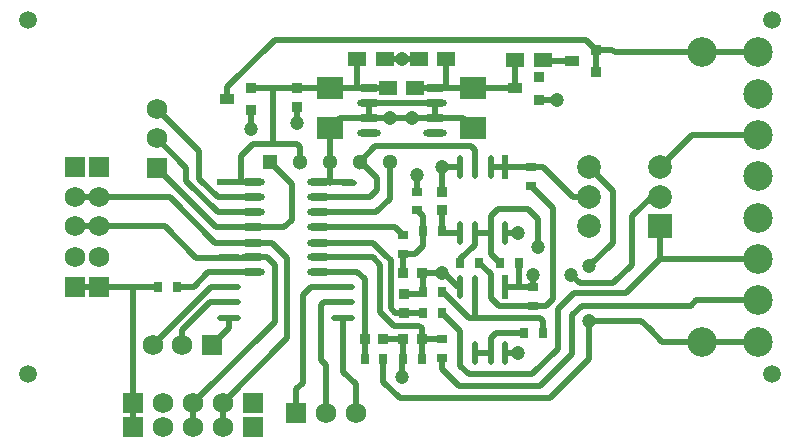
<source format=gtl>
%FSLAX42Y42*%
%MOMM*%
G71*
G01*
G75*
G04 Layer_Physical_Order=1*
%ADD10O,2.00X0.50*%
%ADD11O,0.50X2.00*%
%ADD12R,0.50X2.00*%
%ADD13R,0.80X0.95*%
%ADD14R,0.90X0.95*%
%ADD15R,0.95X0.90*%
%ADD16R,0.95X0.80*%
%ADD17O,2.00X0.60*%
%ADD18R,2.00X0.50*%
%ADD19R,0.91X0.91*%
%ADD20R,1.27X0.91*%
%ADD21R,1.50X1.25*%
%ADD22R,2.30X1.90*%
%ADD23C,0.50*%
%ADD24C,1.75*%
%ADD25R,1.75X1.75*%
%ADD26C,2.50*%
%ADD27C,1.50*%
%ADD28C,2.00*%
%ADD29R,2.00X2.00*%
%ADD30C,1.30*%
%ADD31R,1.30X1.30*%
%ADD32C,1.20*%
D10*
X3155Y1477D02*
D03*
X4120Y1862D02*
D03*
Y2623D02*
D03*
Y2498D02*
D03*
Y2367D02*
D03*
Y2242D02*
D03*
Y2112D02*
D03*
Y1988D02*
D03*
Y1733D02*
D03*
Y1608D02*
D03*
Y1477D02*
D03*
X3155Y1608D02*
D03*
Y1733D02*
D03*
Y1862D02*
D03*
Y1988D02*
D03*
Y2112D02*
D03*
Y2242D02*
D03*
Y2367D02*
D03*
Y2498D02*
D03*
D11*
X5367Y2190D02*
D03*
X5238D02*
D03*
X5112D02*
D03*
Y2750D02*
D03*
X5238D02*
D03*
X5367D02*
D03*
Y1733D02*
D03*
X5238D02*
D03*
X5112D02*
D03*
Y1173D02*
D03*
X5238D02*
D03*
X5367D02*
D03*
X5492D02*
D03*
Y2190D02*
D03*
D12*
Y2750D02*
D03*
Y1733D02*
D03*
D13*
X4460Y1127D02*
D03*
X4300D02*
D03*
X2555Y1735D02*
D03*
X2715D02*
D03*
X4795Y2210D02*
D03*
X4955D02*
D03*
X4783Y1125D02*
D03*
X4622D02*
D03*
X4958Y1515D02*
D03*
X4797D02*
D03*
X4955Y1690D02*
D03*
X4795D02*
D03*
X5650Y1343D02*
D03*
X5810D02*
D03*
X5112Y1938D02*
D03*
X5272D02*
D03*
X5608D02*
D03*
X5447D02*
D03*
D14*
X4628Y1858D02*
D03*
X4788D02*
D03*
X4783Y1297D02*
D03*
X4622D02*
D03*
X4300Y1298D02*
D03*
X4460D02*
D03*
D15*
X4953Y2383D02*
D03*
Y2542D02*
D03*
X4633Y1515D02*
D03*
Y1675D02*
D03*
X3725Y3420D02*
D03*
Y3260D02*
D03*
D16*
X4628Y2175D02*
D03*
Y2015D02*
D03*
X4745Y2383D02*
D03*
Y2542D02*
D03*
X4953Y1138D02*
D03*
Y1298D02*
D03*
X5708Y2750D02*
D03*
Y2590D02*
D03*
X5728Y1573D02*
D03*
Y1733D02*
D03*
D17*
X3917Y2623D02*
D03*
Y2498D02*
D03*
Y2367D02*
D03*
Y2242D02*
D03*
Y2112D02*
D03*
Y1988D02*
D03*
Y1862D02*
D03*
X3358D02*
D03*
Y1988D02*
D03*
Y2112D02*
D03*
Y2242D02*
D03*
Y2367D02*
D03*
Y2498D02*
D03*
Y2623D02*
D03*
X4335Y3420D02*
D03*
Y3295D02*
D03*
Y3165D02*
D03*
X4895Y3040D02*
D03*
Y3165D02*
D03*
Y3295D02*
D03*
X4335Y3040D02*
D03*
X4895Y3420D02*
D03*
D18*
X3155Y2623D02*
D03*
D19*
X3342Y3230D02*
D03*
Y3421D02*
D03*
X5778Y3322D02*
D03*
Y3513D02*
D03*
X6260Y3553D02*
D03*
Y3743D02*
D03*
D20*
X3139Y3327D02*
D03*
X6057Y3649D02*
D03*
X5574Y3419D02*
D03*
D21*
X4762Y3665D02*
D03*
X4470Y3662D02*
D03*
X4240D02*
D03*
X5808Y3653D02*
D03*
X4992Y3665D02*
D03*
X5578Y3653D02*
D03*
X4497Y3420D02*
D03*
X4728D02*
D03*
D22*
X5220Y3080D02*
D03*
X4005D02*
D03*
Y3420D02*
D03*
X5220D02*
D03*
D23*
X3058Y2498D02*
X3358D01*
X2542Y3245D02*
X2902Y2885D01*
Y2652D02*
Y2885D01*
Y2652D02*
X3058Y2498D01*
X3155Y2367D02*
X3358D01*
X2542Y2995D02*
X2792Y2745D01*
Y2635D02*
Y2745D01*
Y2635D02*
X3060Y2367D01*
X3155D01*
X3040Y2242D02*
X3622D01*
X3500Y2792D02*
X3683Y2610D01*
X2542Y2740D02*
X3040Y2242D01*
X1850Y2498D02*
X2650D01*
X3035Y2112D01*
X2545Y2783D02*
Y2792D01*
X2998Y1733D02*
X3155D01*
X2505Y1240D02*
X2998Y1733D01*
X2755Y1373D02*
X2990Y1608D01*
X3155D01*
X2755Y1240D02*
Y1373D01*
X3155Y1385D02*
Y1477D01*
X3010Y1240D02*
X3155Y1385D01*
X3845Y1733D02*
X4120D01*
X3720Y670D02*
Y868D01*
X3778Y925D01*
Y1665D01*
X3845Y1733D01*
X3955Y1608D02*
X4120D01*
X3975Y670D02*
Y1075D01*
X3930Y1120D02*
X3975Y1075D01*
X3930Y1120D02*
Y1582D01*
X3955Y1608D01*
X4225Y670D02*
Y910D01*
X4120Y1015D02*
Y1477D01*
X4460Y932D02*
Y1127D01*
Y932D02*
X4597Y795D01*
X4120Y1015D02*
X4225Y910D01*
X3035Y2112D02*
X3517D01*
X3647Y1300D02*
Y1983D01*
X3100Y753D02*
X3647Y1300D01*
X3517Y2112D02*
X3647Y1983D01*
X4300Y1127D02*
Y1800D01*
X3917Y1862D02*
X4238D01*
X4300Y1800D01*
X4370Y1988D02*
X4433Y1925D01*
X3917Y1988D02*
X4370D01*
X4433Y1523D02*
Y1925D01*
X4783Y1297D02*
Y1385D01*
X4562Y1515D02*
X4797D01*
X3917Y2112D02*
X4370D01*
X4483Y2000D01*
X4483Y2000D02*
X4522Y1960D01*
X4350Y2498D02*
X4408Y2555D01*
X3917Y2498D02*
X4350D01*
X4400Y2367D02*
X4515Y2483D01*
X3917Y2367D02*
X4400D01*
X3917Y2242D02*
X4560D01*
X4628Y2175D01*
X4515Y2483D02*
Y2792D01*
X4408Y2555D02*
Y2658D01*
X4272Y2792D02*
X4408Y2658D01*
X4120Y2620D02*
X4208D01*
X3917Y2623D02*
X4120D01*
X3683Y2302D02*
Y2610D01*
X3622Y2242D02*
X3683Y2302D01*
X3343Y3420D02*
X4005D01*
X3528Y2948D02*
Y3420D01*
X3353Y2948D02*
X3730D01*
X3755Y2792D02*
Y2923D01*
X3253Y2848D02*
X3353Y2948D01*
X3253Y2623D02*
Y2848D01*
Y2623D02*
X3358D01*
X3540Y1443D02*
Y1920D01*
X2850Y753D02*
X3540Y1443D01*
X3472Y1988D02*
X3540Y1920D01*
X1840Y2248D02*
X2610D01*
X2873Y1985D02*
X3358D01*
Y1988D02*
X3472D01*
X5367Y2017D02*
Y2333D01*
X5767Y2073D02*
Y2315D01*
X5367Y2017D02*
X5447Y1938D01*
X6800Y2750D02*
X7072Y3023D01*
X7628D01*
X6418Y3722D02*
X7628D01*
X6397Y3743D02*
X6418Y3722D01*
X6260Y3743D02*
X6397D01*
X6072Y1685D02*
X6515D01*
X5112Y1068D02*
Y1360D01*
X6800Y1973D02*
X7628D01*
X6800Y1970D02*
Y2250D01*
X6515Y1685D02*
X6800Y1970D01*
X4958Y1515D02*
X5112Y1360D01*
X6407Y1767D02*
X6562Y1923D01*
X6122Y1767D02*
X6407D01*
X6562Y1923D02*
Y2333D01*
X7060Y1575D02*
X7107Y1623D01*
X7628D01*
X6138Y1575D02*
X7060D01*
X4953Y1038D02*
Y1138D01*
X6203Y1450D02*
X6645D01*
X6822Y1273D02*
X7628D01*
X6200Y2750D02*
X6400Y2550D01*
X6203Y1915D02*
X6400Y2112D01*
X6645Y1450D02*
X6717Y1378D01*
X6822Y1273D01*
X6203Y1125D02*
Y1450D01*
X6260Y3553D02*
Y3743D01*
X6176Y3828D02*
X6260Y3743D01*
X3139Y3327D02*
Y3427D01*
X6058Y1495D02*
X6138Y1575D01*
X2610Y2248D02*
X2873Y1985D01*
X5811Y3649D02*
X6057D01*
X5576Y3420D02*
X5578Y3422D01*
Y3653D01*
X4895Y3420D02*
X4895Y3420D01*
X4728Y3420D02*
X4895D01*
X4335Y3420D02*
X4335Y3420D01*
X4497D01*
X4240Y3422D02*
Y3662D01*
X4005Y3420D02*
X4335D01*
X4992Y3425D02*
Y3665D01*
X4895Y3420D02*
X5576D01*
X5205Y2925D02*
X5238Y2892D01*
X4260Y2792D02*
X4272D01*
X4260D02*
X4392Y2925D01*
X5238Y2750D02*
Y2892D01*
X4392Y2925D02*
X5205D01*
X4522Y1555D02*
Y1960D01*
Y1555D02*
X4562Y1515D01*
X4433Y1523D02*
X4547Y1407D01*
X4760D02*
X4783Y1385D01*
X4547Y1407D02*
X4760D01*
X4953Y2212D02*
X4975Y2190D01*
X4953Y2212D02*
Y2383D01*
X4975Y2190D02*
X5112D01*
X4628Y1858D02*
Y2015D01*
X4725D01*
X4745Y2383D02*
X4795Y2333D01*
X4725Y2015D02*
X4795Y2085D01*
Y2333D01*
X4783Y1297D02*
X4783Y1298D01*
X4783Y1125D02*
Y1297D01*
X4783Y1298D02*
X4953D01*
X5112Y1970D02*
X5238Y2095D01*
X5112Y1938D02*
Y1970D01*
X5238Y2095D02*
Y2190D01*
X5367Y1640D02*
X5435Y1573D01*
X5272Y1938D02*
X5367Y1842D01*
Y1640D02*
Y1842D01*
Y1300D02*
X5410Y1343D01*
X5238Y1173D02*
X5367D01*
X5492Y1733D02*
X5728D01*
X5608D02*
Y1938D01*
X6062Y2500D02*
X6110D01*
X5812Y2750D02*
X6062Y2500D01*
X5708Y2750D02*
X5812D01*
X5367Y2750D02*
X5708D01*
X5183Y998D02*
X5722D01*
X5112Y1068D02*
X5183Y998D01*
X4965Y1690D02*
X5183Y1473D01*
X4955Y1690D02*
X4965D01*
X5367Y1173D02*
Y1300D01*
X5410Y1343D02*
X5650D01*
X5783Y1473D02*
X5810Y1445D01*
X5235Y1473D02*
X5238Y1598D01*
Y1733D01*
X5810Y1343D02*
Y1445D01*
X5183Y1473D02*
X5783D01*
X6562Y2333D02*
X6730Y2500D01*
X6800D01*
X5722Y998D02*
X5938Y1212D01*
X5838Y1573D02*
X5897Y1633D01*
X5938Y1212D02*
Y1550D01*
X5785Y893D02*
X6058Y1165D01*
X5872Y795D02*
X6203Y1125D01*
X5708Y2590D02*
X5897Y2400D01*
X5435Y1573D02*
X5838D01*
X5897Y1633D02*
Y2400D01*
X5367Y2333D02*
X5430Y2395D01*
X5688D01*
X5767Y2315D01*
X5238Y2190D02*
X5367D01*
X6058Y1165D02*
Y1495D01*
X5938Y1550D02*
X6072Y1685D01*
X6400Y2112D02*
Y2550D01*
X3342Y3421D02*
X3343Y3420D01*
X4335Y3295D02*
X4895D01*
X4470Y3662D02*
X4760D01*
X4005Y3080D02*
X4090Y3165D01*
X4005Y2620D02*
Y2792D01*
X4005Y2792D02*
Y3080D01*
X4335Y3165D02*
Y3295D01*
X4895Y3165D02*
Y3295D01*
X5135Y3165D02*
X5220Y3080D01*
X4090Y3165D02*
X5135D01*
X3139Y3427D02*
X3540Y3828D01*
X6176D01*
X4745Y2542D02*
Y2685D01*
X5728Y1733D02*
Y1840D01*
X6050D02*
X6122Y1767D01*
X5492Y1173D02*
X5597D01*
X5492Y2190D02*
X5600D01*
X4780Y1675D02*
X4795Y1690D01*
Y1850D01*
X4788Y1858D02*
X4795Y1850D01*
X4633Y1675D02*
X4780D01*
X4970Y1858D02*
X5095Y1733D01*
X4788Y1858D02*
X4945D01*
X4953Y1858D02*
X4970D01*
X5095Y1733D02*
X5112D01*
X4945Y1858D02*
X4962Y1875D01*
X4953Y2542D02*
Y2750D01*
X5112D01*
X4953Y1038D02*
X5097Y893D01*
X5785D01*
X4597Y795D02*
X5872D01*
X4620Y1123D02*
X4622Y1125D01*
Y1297D01*
X4460D02*
X4622D01*
X4620Y970D02*
Y1123D01*
X3725Y3127D02*
Y3260D01*
X3342Y3073D02*
Y3230D01*
X5778Y3322D02*
X5933D01*
X3730Y2948D02*
X3755Y2923D01*
X2715Y1735D02*
X2852D01*
X2977Y1860D01*
X3358Y1862D01*
X1850Y1735D02*
X2555D01*
X2340Y550D02*
Y1733D01*
X2850Y550D02*
Y753D01*
X3100Y550D02*
Y753D01*
D24*
X4225Y670D02*
D03*
X3975D02*
D03*
X2542Y2995D02*
D03*
Y3245D02*
D03*
X2755Y1240D02*
D03*
X2505D02*
D03*
X1850Y2498D02*
D03*
Y2248D02*
D03*
Y1990D02*
D03*
X2050D02*
D03*
Y2248D02*
D03*
Y2498D02*
D03*
X2595Y753D02*
D03*
X2850D02*
D03*
X3100D02*
D03*
X2595Y550D02*
D03*
X2850D02*
D03*
X3100D02*
D03*
D25*
X3720Y670D02*
D03*
X2542Y2740D02*
D03*
X3010Y1240D02*
D03*
X1850Y2752D02*
D03*
Y1735D02*
D03*
X2050D02*
D03*
Y2752D02*
D03*
X2340Y753D02*
D03*
X3355D02*
D03*
X2340Y550D02*
D03*
X3355D02*
D03*
D26*
X7157Y3722D02*
D03*
Y1273D02*
D03*
X7628Y1973D02*
D03*
Y1623D02*
D03*
Y1273D02*
D03*
Y3023D02*
D03*
Y2673D02*
D03*
Y2323D02*
D03*
Y3722D02*
D03*
Y3372D02*
D03*
D27*
X7750Y1000D02*
D03*
Y4000D02*
D03*
X1450Y1000D02*
D03*
Y4000D02*
D03*
X5220Y3080D02*
D03*
X4005D02*
D03*
Y3420D02*
D03*
X5220Y3420D02*
D03*
D28*
X6200Y2250D02*
D03*
Y2500D02*
D03*
X6800D02*
D03*
Y2750D02*
D03*
X6200D02*
D03*
D29*
X6800Y2250D02*
D03*
D30*
X4515Y2792D02*
D03*
X4260D02*
D03*
X4005D02*
D03*
X3755D02*
D03*
D31*
X3500D02*
D03*
D32*
X4745Y2685D02*
D03*
X5728Y1840D02*
D03*
X6050D02*
D03*
X6203Y1915D02*
D03*
Y1450D02*
D03*
X5600Y1175D02*
D03*
Y2190D02*
D03*
X5767Y2073D02*
D03*
X4620Y3662D02*
D03*
X4515Y3165D02*
D03*
X4703D02*
D03*
X4953Y2750D02*
D03*
Y1858D02*
D03*
X4620Y970D02*
D03*
X5933Y3322D02*
D03*
X3342Y3073D02*
D03*
X3725Y3127D02*
D03*
M02*

</source>
